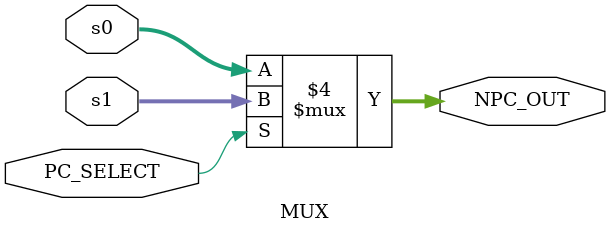
<source format=v>
`timescale 1ns / 1ps


module MUX(
    input [31:0] s0, s1,           //s0 = PC + 1, s1 = EX_MEM
    input PC_SELECT,
    output reg [31:0] NPC_OUT
    );
    
    always @ (s0 or s1 or PC_SELECT)
    begin
        if(PC_SELECT == 1) begin
            NPC_OUT = s1;
        end else begin
            NPC_OUT = s0;
        end
    end
    
endmodule

</source>
